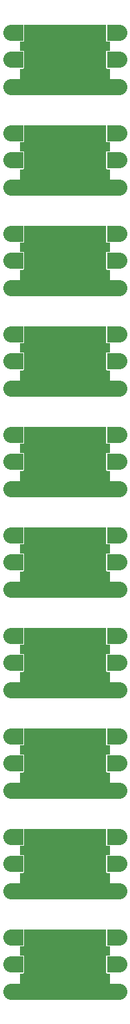
<source format=gbr>
G04 start of page 3 for group 1 idx 1 *
G04 Title: (unknown), solder *
G04 Creator: pcb 4.0.2 *
G04 CreationDate: Mon Aug 16 16:10:31 2021 UTC *
G04 For: ndholmes *
G04 Format: Gerber/RS-274X *
G04 PCB-Dimensions (mil): 700.00 5100.00 *
G04 PCB-Coordinate-Origin: lower left *
%MOIN*%
%FSLAX25Y25*%
%LNBOTTOM*%
%ADD28C,0.0500*%
%ADD27C,0.0120*%
%ADD26C,0.0310*%
%ADD25C,0.0260*%
%ADD24C,0.0800*%
%ADD23C,0.0200*%
%ADD22C,0.0001*%
G54D22*G36*
X55500Y312500D02*Y320500D01*
X62000D01*
Y312500D01*
X55500D01*
G37*
G36*
Y212500D02*Y220500D01*
X62000D01*
Y212500D01*
X55500D01*
G37*
G36*
Y162500D02*Y170500D01*
X62000D01*
Y162500D01*
X55500D01*
G37*
G36*
X15500Y312500D02*X8000D01*
Y320500D01*
X15500D01*
Y312500D01*
G37*
G36*
X55500Y262500D02*Y270500D01*
X62000D01*
Y262500D01*
X55500D01*
G37*
G36*
X12500D02*Y275503D01*
X14078Y275505D01*
X14155Y275523D01*
X14228Y275553D01*
X14295Y275594D01*
X14355Y275645D01*
X14406Y275705D01*
X14447Y275772D01*
X14477Y275845D01*
X14495Y275922D01*
X14500Y276000D01*
X14495Y284078D01*
X14477Y284155D01*
X14447Y284228D01*
X14406Y284295D01*
X14355Y284355D01*
X14295Y284406D01*
X14228Y284447D01*
X14155Y284477D01*
X14078Y284495D01*
X14000Y284500D01*
X12500Y284499D01*
Y289003D01*
X14078Y289005D01*
X14155Y289023D01*
X14228Y289053D01*
X14295Y289094D01*
X14355Y289145D01*
X14406Y289205D01*
X14447Y289272D01*
X14477Y289345D01*
X14495Y289422D01*
X14500Y289500D01*
X14495Y297500D01*
X55500D01*
X55505Y289422D01*
X55523Y289345D01*
X55553Y289272D01*
X55594Y289205D01*
X55645Y289145D01*
X55705Y289094D01*
X55772Y289053D01*
X55845Y289023D01*
X55922Y289005D01*
X56000Y289000D01*
X57500Y289001D01*
Y284497D01*
X55922Y284495D01*
X55845Y284477D01*
X55772Y284447D01*
X55705Y284406D01*
X55645Y284355D01*
X55594Y284295D01*
X55553Y284228D01*
X55523Y284155D01*
X55505Y284078D01*
X55500Y284000D01*
X55505Y275922D01*
X55523Y275845D01*
X55553Y275772D01*
X55594Y275705D01*
X55645Y275645D01*
X55705Y275594D01*
X55772Y275553D01*
X55845Y275523D01*
X55922Y275505D01*
X56000Y275500D01*
X57500Y275501D01*
Y262500D01*
X12500D01*
G37*
G36*
X15500D02*X8000D01*
Y270500D01*
X15500D01*
Y262500D01*
G37*
G36*
X12500Y212500D02*Y225503D01*
X14078Y225505D01*
X14155Y225523D01*
X14228Y225553D01*
X14295Y225594D01*
X14355Y225645D01*
X14406Y225705D01*
X14447Y225772D01*
X14477Y225845D01*
X14495Y225922D01*
X14500Y226000D01*
X14495Y234078D01*
X14477Y234155D01*
X14447Y234228D01*
X14406Y234295D01*
X14355Y234355D01*
X14295Y234406D01*
X14228Y234447D01*
X14155Y234477D01*
X14078Y234495D01*
X14000Y234500D01*
X12500Y234499D01*
Y239003D01*
X14078Y239005D01*
X14155Y239023D01*
X14228Y239053D01*
X14295Y239094D01*
X14355Y239145D01*
X14406Y239205D01*
X14447Y239272D01*
X14477Y239345D01*
X14495Y239422D01*
X14500Y239500D01*
X14495Y247500D01*
X55500D01*
X55505Y239422D01*
X55523Y239345D01*
X55553Y239272D01*
X55594Y239205D01*
X55645Y239145D01*
X55705Y239094D01*
X55772Y239053D01*
X55845Y239023D01*
X55922Y239005D01*
X56000Y239000D01*
X57500Y239001D01*
Y234497D01*
X55922Y234495D01*
X55845Y234477D01*
X55772Y234447D01*
X55705Y234406D01*
X55645Y234355D01*
X55594Y234295D01*
X55553Y234228D01*
X55523Y234155D01*
X55505Y234078D01*
X55500Y234000D01*
X55505Y225922D01*
X55523Y225845D01*
X55553Y225772D01*
X55594Y225705D01*
X55645Y225645D01*
X55705Y225594D01*
X55772Y225553D01*
X55845Y225523D01*
X55922Y225505D01*
X56000Y225500D01*
X57500Y225501D01*
Y212500D01*
X12500D01*
G37*
G36*
X15500D02*X8000D01*
Y220500D01*
X15500D01*
Y212500D01*
G37*
G36*
X12500Y162500D02*Y175503D01*
X14078Y175505D01*
X14155Y175523D01*
X14228Y175553D01*
X14295Y175594D01*
X14355Y175645D01*
X14406Y175705D01*
X14447Y175772D01*
X14477Y175845D01*
X14495Y175922D01*
X14500Y176000D01*
X14495Y184078D01*
X14477Y184155D01*
X14447Y184228D01*
X14406Y184295D01*
X14355Y184355D01*
X14295Y184406D01*
X14228Y184447D01*
X14155Y184477D01*
X14078Y184495D01*
X14000Y184500D01*
X12500Y184499D01*
Y189003D01*
X14078Y189005D01*
X14155Y189023D01*
X14228Y189053D01*
X14295Y189094D01*
X14355Y189145D01*
X14406Y189205D01*
X14447Y189272D01*
X14477Y189345D01*
X14495Y189422D01*
X14500Y189500D01*
X14495Y197500D01*
X55500D01*
X55505Y189422D01*
X55523Y189345D01*
X55553Y189272D01*
X55594Y189205D01*
X55645Y189145D01*
X55705Y189094D01*
X55772Y189053D01*
X55845Y189023D01*
X55922Y189005D01*
X56000Y189000D01*
X57500Y189001D01*
Y184497D01*
X55922Y184495D01*
X55845Y184477D01*
X55772Y184447D01*
X55705Y184406D01*
X55645Y184355D01*
X55594Y184295D01*
X55553Y184228D01*
X55523Y184155D01*
X55505Y184078D01*
X55500Y184000D01*
X55505Y175922D01*
X55523Y175845D01*
X55553Y175772D01*
X55594Y175705D01*
X55645Y175645D01*
X55705Y175594D01*
X55772Y175553D01*
X55845Y175523D01*
X55922Y175505D01*
X56000Y175500D01*
X57500Y175501D01*
Y162500D01*
X12500D01*
G37*
G36*
X15500D02*X8000D01*
Y170500D01*
X15500D01*
Y162500D01*
G37*
G36*
X55500Y112500D02*Y120500D01*
X62000D01*
Y112500D01*
X55500D01*
G37*
G36*
Y62500D02*Y70500D01*
X62000D01*
Y62500D01*
X55500D01*
G37*
G36*
Y12500D02*Y20500D01*
X62000D01*
Y12500D01*
X55500D01*
G37*
G36*
X12500Y112500D02*Y125503D01*
X14078Y125505D01*
X14155Y125523D01*
X14228Y125553D01*
X14295Y125594D01*
X14355Y125645D01*
X14406Y125705D01*
X14447Y125772D01*
X14477Y125845D01*
X14495Y125922D01*
X14500Y126000D01*
X14495Y134078D01*
X14477Y134155D01*
X14447Y134228D01*
X14406Y134295D01*
X14355Y134355D01*
X14295Y134406D01*
X14228Y134447D01*
X14155Y134477D01*
X14078Y134495D01*
X14000Y134500D01*
X12500Y134499D01*
Y139003D01*
X14078Y139005D01*
X14155Y139023D01*
X14228Y139053D01*
X14295Y139094D01*
X14355Y139145D01*
X14406Y139205D01*
X14447Y139272D01*
X14477Y139345D01*
X14495Y139422D01*
X14500Y139500D01*
X14495Y147500D01*
X55500D01*
X55505Y139422D01*
X55523Y139345D01*
X55553Y139272D01*
X55594Y139205D01*
X55645Y139145D01*
X55705Y139094D01*
X55772Y139053D01*
X55845Y139023D01*
X55922Y139005D01*
X56000Y139000D01*
X57500Y139001D01*
Y134497D01*
X55922Y134495D01*
X55845Y134477D01*
X55772Y134447D01*
X55705Y134406D01*
X55645Y134355D01*
X55594Y134295D01*
X55553Y134228D01*
X55523Y134155D01*
X55505Y134078D01*
X55500Y134000D01*
X55505Y125922D01*
X55523Y125845D01*
X55553Y125772D01*
X55594Y125705D01*
X55645Y125645D01*
X55705Y125594D01*
X55772Y125553D01*
X55845Y125523D01*
X55922Y125505D01*
X56000Y125500D01*
X57500Y125501D01*
Y112500D01*
X12500D01*
G37*
G36*
X15500D02*X8000D01*
Y120500D01*
X15500D01*
Y112500D01*
G37*
G36*
X12500Y62500D02*Y75503D01*
X14078Y75505D01*
X14155Y75523D01*
X14228Y75553D01*
X14295Y75594D01*
X14355Y75645D01*
X14406Y75705D01*
X14447Y75772D01*
X14477Y75845D01*
X14495Y75922D01*
X14500Y76000D01*
X14495Y84078D01*
X14477Y84155D01*
X14447Y84228D01*
X14406Y84295D01*
X14355Y84355D01*
X14295Y84406D01*
X14228Y84447D01*
X14155Y84477D01*
X14078Y84495D01*
X14000Y84500D01*
X12500Y84499D01*
Y89003D01*
X14078Y89005D01*
X14155Y89023D01*
X14228Y89053D01*
X14295Y89094D01*
X14355Y89145D01*
X14406Y89205D01*
X14447Y89272D01*
X14477Y89345D01*
X14495Y89422D01*
X14500Y89500D01*
X14495Y97500D01*
X55500D01*
X55505Y89422D01*
X55523Y89345D01*
X55553Y89272D01*
X55594Y89205D01*
X55645Y89145D01*
X55705Y89094D01*
X55772Y89053D01*
X55845Y89023D01*
X55922Y89005D01*
X56000Y89000D01*
X57500Y89001D01*
Y84497D01*
X55922Y84495D01*
X55845Y84477D01*
X55772Y84447D01*
X55705Y84406D01*
X55645Y84355D01*
X55594Y84295D01*
X55553Y84228D01*
X55523Y84155D01*
X55505Y84078D01*
X55500Y84000D01*
X55505Y75922D01*
X55523Y75845D01*
X55553Y75772D01*
X55594Y75705D01*
X55645Y75645D01*
X55705Y75594D01*
X55772Y75553D01*
X55845Y75523D01*
X55922Y75505D01*
X56000Y75500D01*
X57500Y75501D01*
Y62500D01*
X12500D01*
G37*
G36*
X15500D02*X8000D01*
Y70500D01*
X15500D01*
Y62500D01*
G37*
G36*
X12500Y12500D02*Y25503D01*
X14078Y25505D01*
X14155Y25523D01*
X14228Y25553D01*
X14295Y25594D01*
X14355Y25645D01*
X14406Y25705D01*
X14447Y25772D01*
X14477Y25845D01*
X14495Y25922D01*
X14500Y26000D01*
X14495Y34078D01*
X14477Y34155D01*
X14447Y34228D01*
X14406Y34295D01*
X14355Y34355D01*
X14295Y34406D01*
X14228Y34447D01*
X14155Y34477D01*
X14078Y34495D01*
X14000Y34500D01*
X12500Y34499D01*
Y39003D01*
X14078Y39005D01*
X14155Y39023D01*
X14228Y39053D01*
X14295Y39094D01*
X14355Y39145D01*
X14406Y39205D01*
X14447Y39272D01*
X14477Y39345D01*
X14495Y39422D01*
X14500Y39500D01*
X14495Y47500D01*
X55500D01*
X55505Y39422D01*
X55523Y39345D01*
X55553Y39272D01*
X55594Y39205D01*
X55645Y39145D01*
X55705Y39094D01*
X55772Y39053D01*
X55845Y39023D01*
X55922Y39005D01*
X56000Y39000D01*
X57500Y39001D01*
Y34497D01*
X55922Y34495D01*
X55845Y34477D01*
X55772Y34447D01*
X55705Y34406D01*
X55645Y34355D01*
X55594Y34295D01*
X55553Y34228D01*
X55523Y34155D01*
X55505Y34078D01*
X55500Y34000D01*
X55505Y25922D01*
X55523Y25845D01*
X55553Y25772D01*
X55594Y25705D01*
X55645Y25645D01*
X55705Y25594D01*
X55772Y25553D01*
X55845Y25523D01*
X55922Y25505D01*
X56000Y25500D01*
X57500Y25501D01*
Y12500D01*
X12500D01*
G37*
G36*
X15500D02*X8000D01*
Y20500D01*
X15500D01*
Y12500D01*
G37*
G36*
X55500Y412500D02*Y420500D01*
X62000D01*
Y412500D01*
X55500D01*
G37*
G36*
X12500D02*Y425503D01*
X14078Y425505D01*
X14155Y425523D01*
X14228Y425553D01*
X14295Y425594D01*
X14355Y425645D01*
X14406Y425705D01*
X14447Y425772D01*
X14477Y425845D01*
X14495Y425922D01*
X14500Y426000D01*
X14495Y434078D01*
X14477Y434155D01*
X14447Y434228D01*
X14406Y434295D01*
X14355Y434355D01*
X14295Y434406D01*
X14228Y434447D01*
X14155Y434477D01*
X14078Y434495D01*
X14000Y434500D01*
X12500Y434499D01*
Y439003D01*
X14078Y439005D01*
X14155Y439023D01*
X14228Y439053D01*
X14295Y439094D01*
X14355Y439145D01*
X14406Y439205D01*
X14447Y439272D01*
X14477Y439345D01*
X14495Y439422D01*
X14500Y439500D01*
X14495Y447500D01*
X55500D01*
X55505Y439422D01*
X55523Y439345D01*
X55553Y439272D01*
X55594Y439205D01*
X55645Y439145D01*
X55705Y439094D01*
X55772Y439053D01*
X55845Y439023D01*
X55922Y439005D01*
X56000Y439000D01*
X57500Y439001D01*
Y434497D01*
X55922Y434495D01*
X55845Y434477D01*
X55772Y434447D01*
X55705Y434406D01*
X55645Y434355D01*
X55594Y434295D01*
X55553Y434228D01*
X55523Y434155D01*
X55505Y434078D01*
X55500Y434000D01*
X55505Y425922D01*
X55523Y425845D01*
X55553Y425772D01*
X55594Y425705D01*
X55645Y425645D01*
X55705Y425594D01*
X55772Y425553D01*
X55845Y425523D01*
X55922Y425505D01*
X56000Y425500D01*
X57500Y425501D01*
Y412500D01*
X12500D01*
G37*
G36*
X15500D02*X8000D01*
Y420500D01*
X15500D01*
Y412500D01*
G37*
G36*
X55500Y362500D02*Y370500D01*
X62000D01*
Y362500D01*
X55500D01*
G37*
G36*
X12500D02*Y375503D01*
X14078Y375505D01*
X14155Y375523D01*
X14228Y375553D01*
X14295Y375594D01*
X14355Y375645D01*
X14406Y375705D01*
X14447Y375772D01*
X14477Y375845D01*
X14495Y375922D01*
X14500Y376000D01*
X14495Y384078D01*
X14477Y384155D01*
X14447Y384228D01*
X14406Y384295D01*
X14355Y384355D01*
X14295Y384406D01*
X14228Y384447D01*
X14155Y384477D01*
X14078Y384495D01*
X14000Y384500D01*
X12500Y384499D01*
Y389003D01*
X14078Y389005D01*
X14155Y389023D01*
X14228Y389053D01*
X14295Y389094D01*
X14355Y389145D01*
X14406Y389205D01*
X14447Y389272D01*
X14477Y389345D01*
X14495Y389422D01*
X14500Y389500D01*
X14495Y397500D01*
X55500D01*
X55505Y389422D01*
X55523Y389345D01*
X55553Y389272D01*
X55594Y389205D01*
X55645Y389145D01*
X55705Y389094D01*
X55772Y389053D01*
X55845Y389023D01*
X55922Y389005D01*
X56000Y389000D01*
X57500Y389001D01*
Y384497D01*
X55922Y384495D01*
X55845Y384477D01*
X55772Y384447D01*
X55705Y384406D01*
X55645Y384355D01*
X55594Y384295D01*
X55553Y384228D01*
X55523Y384155D01*
X55505Y384078D01*
X55500Y384000D01*
X55505Y375922D01*
X55523Y375845D01*
X55553Y375772D01*
X55594Y375705D01*
X55645Y375645D01*
X55705Y375594D01*
X55772Y375553D01*
X55845Y375523D01*
X55922Y375505D01*
X56000Y375500D01*
X57500Y375501D01*
Y362500D01*
X12500D01*
G37*
G36*
X15500D02*X8000D01*
Y370500D01*
X15500D01*
Y362500D01*
G37*
G36*
X55500Y462500D02*Y470500D01*
X62000D01*
Y462500D01*
X55500D01*
G37*
G36*
X12500D02*Y475503D01*
X14078Y475505D01*
X14155Y475523D01*
X14228Y475553D01*
X14295Y475594D01*
X14355Y475645D01*
X14406Y475705D01*
X14447Y475772D01*
X14477Y475845D01*
X14495Y475922D01*
X14500Y476000D01*
X14495Y484078D01*
X14477Y484155D01*
X14447Y484228D01*
X14406Y484295D01*
X14355Y484355D01*
X14295Y484406D01*
X14228Y484447D01*
X14155Y484477D01*
X14078Y484495D01*
X14000Y484500D01*
X12500Y484499D01*
Y489003D01*
X14078Y489005D01*
X14155Y489023D01*
X14228Y489053D01*
X14295Y489094D01*
X14355Y489145D01*
X14406Y489205D01*
X14447Y489272D01*
X14477Y489345D01*
X14495Y489422D01*
X14500Y489500D01*
X14495Y497500D01*
X55500D01*
X55505Y489422D01*
X55523Y489345D01*
X55553Y489272D01*
X55594Y489205D01*
X55645Y489145D01*
X55705Y489094D01*
X55772Y489053D01*
X55845Y489023D01*
X55922Y489005D01*
X56000Y489000D01*
X57500Y489001D01*
Y484497D01*
X55922Y484495D01*
X55845Y484477D01*
X55772Y484447D01*
X55705Y484406D01*
X55645Y484355D01*
X55594Y484295D01*
X55553Y484228D01*
X55523Y484155D01*
X55505Y484078D01*
X55500Y484000D01*
X55505Y475922D01*
X55523Y475845D01*
X55553Y475772D01*
X55594Y475705D01*
X55645Y475645D01*
X55705Y475594D01*
X55772Y475553D01*
X55845Y475523D01*
X55922Y475505D01*
X56000Y475500D01*
X57500Y475501D01*
Y462500D01*
X12500D01*
G37*
G36*
X15500D02*X8000D01*
Y470500D01*
X15500D01*
Y462500D01*
G37*
G36*
X12500Y312500D02*Y325503D01*
X14078Y325505D01*
X14155Y325523D01*
X14228Y325553D01*
X14295Y325594D01*
X14355Y325645D01*
X14406Y325705D01*
X14447Y325772D01*
X14477Y325845D01*
X14495Y325922D01*
X14500Y326000D01*
X14495Y334078D01*
X14477Y334155D01*
X14447Y334228D01*
X14406Y334295D01*
X14355Y334355D01*
X14295Y334406D01*
X14228Y334447D01*
X14155Y334477D01*
X14078Y334495D01*
X14000Y334500D01*
X12500Y334499D01*
Y339003D01*
X14078Y339005D01*
X14155Y339023D01*
X14228Y339053D01*
X14295Y339094D01*
X14355Y339145D01*
X14406Y339205D01*
X14447Y339272D01*
X14477Y339345D01*
X14495Y339422D01*
X14500Y339500D01*
X14495Y347500D01*
X55500D01*
X55505Y339422D01*
X55523Y339345D01*
X55553Y339272D01*
X55594Y339205D01*
X55645Y339145D01*
X55705Y339094D01*
X55772Y339053D01*
X55845Y339023D01*
X55922Y339005D01*
X56000Y339000D01*
X57500Y339001D01*
Y334497D01*
X55922Y334495D01*
X55845Y334477D01*
X55772Y334447D01*
X55705Y334406D01*
X55645Y334355D01*
X55594Y334295D01*
X55553Y334228D01*
X55523Y334155D01*
X55505Y334078D01*
X55500Y334000D01*
X55505Y325922D01*
X55523Y325845D01*
X55553Y325772D01*
X55594Y325705D01*
X55645Y325645D01*
X55705Y325594D01*
X55772Y325553D01*
X55845Y325523D01*
X55922Y325505D01*
X56000Y325500D01*
X57500Y325501D01*
Y312500D01*
X12500D01*
G37*
G54D23*X17000Y264500D02*X26000D01*
X17000D02*Y271500D01*
Y214500D02*X26000D01*
X17000Y164500D02*X26000D01*
X17000D02*Y171500D01*
Y214500D02*Y221500D01*
Y114500D02*X26000D01*
X17000D02*Y121500D01*
Y64500D02*X26000D01*
X17000D02*Y71500D01*
Y14500D02*X26000D01*
X17000D02*Y21500D01*
Y364500D02*X26000D01*
X17000D02*Y371500D01*
Y314500D02*X26000D01*
X17000D02*Y321500D01*
Y464500D02*X26000D01*
X17000D02*Y471500D01*
Y414500D02*X26000D01*
X17000D02*Y421500D01*
G54D24*X62000Y366500D03*
Y380000D03*
Y393500D03*
Y343500D03*
X8000Y380000D03*
Y366500D03*
Y393500D03*
Y330000D03*
Y316500D03*
Y343500D03*
Y466500D03*
X62000Y416500D03*
X8000D03*
X62000Y443500D03*
X8000D03*
X62000Y466500D03*
X8000Y480000D03*
X62000D03*
Y493500D03*
X8000D03*
Y430000D03*
X62000D03*
Y316500D03*
Y330000D03*
Y280000D03*
Y293500D03*
X8000Y280000D03*
Y293500D03*
Y266500D03*
Y230000D03*
Y243500D03*
X62000Y266500D03*
Y216500D03*
Y230000D03*
Y243500D03*
Y166500D03*
Y180000D03*
Y193500D03*
X8000Y216500D03*
Y180000D03*
Y166500D03*
Y193500D03*
X62000Y116500D03*
Y130000D03*
Y143500D03*
Y93500D03*
X8000Y130000D03*
Y116500D03*
Y143500D03*
Y80000D03*
Y66500D03*
Y93500D03*
X62000Y66500D03*
Y80000D03*
Y16500D03*
Y30000D03*
Y43500D03*
X8000Y30000D03*
Y16500D03*
Y43500D03*
G54D22*G36*
X14000Y320500D02*X8000D01*
Y312500D01*
X14000D01*
Y320500D01*
G37*
G36*
X62000D02*X56000D01*
Y312500D01*
X62000D01*
Y320500D01*
G37*
G36*
Y334000D02*X56000D01*
Y326000D01*
X62000D01*
Y334000D01*
G37*
G36*
Y347500D02*X56000D01*
Y339500D01*
X62000D01*
Y347500D01*
G37*
G36*
X14000Y270500D02*X8000D01*
Y262500D01*
X14000D01*
Y270500D01*
G37*
G36*
X62000D02*X56000D01*
Y262500D01*
X62000D01*
Y270500D01*
G37*
G36*
X14000Y247500D02*X8000D01*
Y239500D01*
X14000D01*
Y247500D01*
G37*
G36*
Y220500D02*X8000D01*
Y212500D01*
X14000D01*
Y220500D01*
G37*
G36*
Y234000D02*X8000D01*
Y226000D01*
X14000D01*
Y234000D01*
G37*
G36*
X62000Y220500D02*X56000D01*
Y212500D01*
X62000D01*
Y220500D01*
G37*
G36*
Y234000D02*X56000D01*
Y226000D01*
X62000D01*
Y234000D01*
G37*
G36*
Y247500D02*X56000D01*
Y239500D01*
X62000D01*
Y247500D01*
G37*
G36*
Y170500D02*X56000D01*
Y162500D01*
X62000D01*
Y170500D01*
G37*
G36*
Y184000D02*X56000D01*
Y176000D01*
X62000D01*
Y184000D01*
G37*
G36*
Y197500D02*X56000D01*
Y189500D01*
X62000D01*
Y197500D01*
G37*
G36*
X14000D02*X8000D01*
Y189500D01*
X14000D01*
Y197500D01*
G37*
G36*
Y170500D02*X8000D01*
Y162500D01*
X14000D01*
Y170500D01*
G37*
G36*
Y147500D02*X8000D01*
Y139500D01*
X14000D01*
Y147500D01*
G37*
G36*
Y184000D02*X8000D01*
Y176000D01*
X14000D01*
Y184000D01*
G37*
G36*
Y134000D02*X8000D01*
Y126000D01*
X14000D01*
Y134000D01*
G37*
G36*
X62000D02*X56000D01*
Y126000D01*
X62000D01*
Y134000D01*
G37*
G36*
Y147500D02*X56000D01*
Y139500D01*
X62000D01*
Y147500D01*
G37*
G36*
X14000Y120500D02*X8000D01*
Y112500D01*
X14000D01*
Y120500D01*
G37*
G36*
X62000D02*X56000D01*
Y112500D01*
X62000D01*
Y120500D01*
G37*
G36*
Y70500D02*X56000D01*
Y62500D01*
X62000D01*
Y70500D01*
G37*
G36*
Y84000D02*X56000D01*
Y76000D01*
X62000D01*
Y84000D01*
G37*
G36*
Y97500D02*X56000D01*
Y89500D01*
X62000D01*
Y97500D01*
G37*
G36*
X14000Y84000D02*X8000D01*
Y76000D01*
X14000D01*
Y84000D01*
G37*
G36*
Y97500D02*X8000D01*
Y89500D01*
X14000D01*
Y97500D01*
G37*
G36*
Y70500D02*X8000D01*
Y62500D01*
X14000D01*
Y70500D01*
G37*
G36*
Y47500D02*X8000D01*
Y39500D01*
X14000D01*
Y47500D01*
G37*
G36*
X62000Y34000D02*X56000D01*
Y26000D01*
X62000D01*
Y34000D01*
G37*
G36*
Y47500D02*X56000D01*
Y39500D01*
X62000D01*
Y47500D01*
G37*
G36*
Y20500D02*X56000D01*
Y12500D01*
X62000D01*
Y20500D01*
G37*
G36*
X14000D02*X8000D01*
Y12500D01*
X14000D01*
Y20500D01*
G37*
G36*
Y34000D02*X8000D01*
Y26000D01*
X14000D01*
Y34000D01*
G37*
G36*
Y470500D02*X8000D01*
Y462500D01*
X14000D01*
Y470500D01*
G37*
G36*
Y447500D02*X8000D01*
Y439500D01*
X14000D01*
Y447500D01*
G37*
G36*
Y420500D02*X8000D01*
Y412500D01*
X14000D01*
Y420500D01*
G37*
G36*
Y434000D02*X8000D01*
Y426000D01*
X14000D01*
Y434000D01*
G37*
G36*
Y397500D02*X8000D01*
Y389500D01*
X14000D01*
Y397500D01*
G37*
G36*
X62000Y420500D02*X56000D01*
Y412500D01*
X62000D01*
Y420500D01*
G37*
G36*
Y434000D02*X56000D01*
Y426000D01*
X62000D01*
Y434000D01*
G37*
G36*
Y447500D02*X56000D01*
Y439500D01*
X62000D01*
Y447500D01*
G37*
G36*
X14000Y497500D02*X8000D01*
Y489500D01*
X14000D01*
Y497500D01*
G37*
G36*
Y484000D02*X8000D01*
Y476000D01*
X14000D01*
Y484000D01*
G37*
G36*
X62000Y497500D02*X56000D01*
Y489500D01*
X62000D01*
Y497500D01*
G37*
G36*
Y470500D02*X56000D01*
Y462500D01*
X62000D01*
Y470500D01*
G37*
G36*
Y484000D02*X56000D01*
Y476000D01*
X62000D01*
Y484000D01*
G37*
G36*
X14000Y370500D02*X8000D01*
Y362500D01*
X14000D01*
Y370500D01*
G37*
G36*
Y384000D02*X8000D01*
Y376000D01*
X14000D01*
Y384000D01*
G37*
G36*
X62000Y370500D02*X56000D01*
Y362500D01*
X62000D01*
Y370500D01*
G37*
G36*
Y384000D02*X56000D01*
Y376000D01*
X62000D01*
Y384000D01*
G37*
G36*
Y397500D02*X56000D01*
Y389500D01*
X62000D01*
Y397500D01*
G37*
G36*
X14000Y334000D02*X8000D01*
Y326000D01*
X14000D01*
Y334000D01*
G37*
G36*
Y347500D02*X8000D01*
Y339500D01*
X14000D01*
Y347500D01*
G37*
G36*
X62000Y284000D02*X56000D01*
Y276000D01*
X62000D01*
Y284000D01*
G37*
G36*
Y297500D02*X56000D01*
Y289500D01*
X62000D01*
Y297500D01*
G37*
G36*
X14000Y284000D02*X8000D01*
Y276000D01*
X14000D01*
Y284000D01*
G37*
G36*
Y297500D02*X8000D01*
Y289500D01*
X14000D01*
Y297500D01*
G37*
G54D25*X26500Y295500D03*
X42500Y296000D03*
X45500D03*
X26500Y292500D03*
Y245500D03*
Y242500D03*
X41000Y282800D03*
Y232800D03*
X42500Y246000D03*
X45500D03*
X42500Y396000D03*
X45500D03*
X26500Y395500D03*
Y392500D03*
Y345500D03*
Y342500D03*
X41000Y382800D03*
Y332800D03*
X42500Y346000D03*
X45500D03*
X26500Y195500D03*
X42500Y196000D03*
X45500D03*
X26500Y192500D03*
Y145500D03*
Y142500D03*
X41000Y182800D03*
X42500Y146000D03*
X45500D03*
X26500Y495500D03*
X42500Y496000D03*
X45500D03*
X26500Y492500D03*
X41000Y482800D03*
X26500Y445500D03*
X42500Y446000D03*
X45500D03*
X26500Y442500D03*
X41000Y432800D03*
Y82800D03*
Y132800D03*
X26500Y95500D03*
X42500Y96000D03*
X45500D03*
Y46000D03*
X26500Y92500D03*
Y45500D03*
Y42500D03*
X41000Y32800D03*
X42500Y46000D03*
G54D26*G54D27*G54D26*G54D27*G54D26*G54D27*G54D26*G54D27*G54D26*G54D27*G54D26*G54D27*G54D26*G54D27*G54D26*G54D27*G54D28*M02*

</source>
